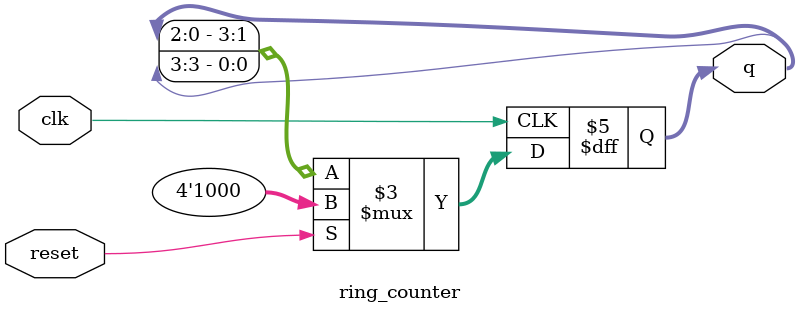
<source format=v>
module ring_counter (
    input clk,          
    input reset,        
    output reg [3:0] q
);

always @(posedge clk) begin
    if (reset)
        q <= 4'b1000;                
    else
        q <= {q[2:0], q[3]};         
end

endmodule


</source>
